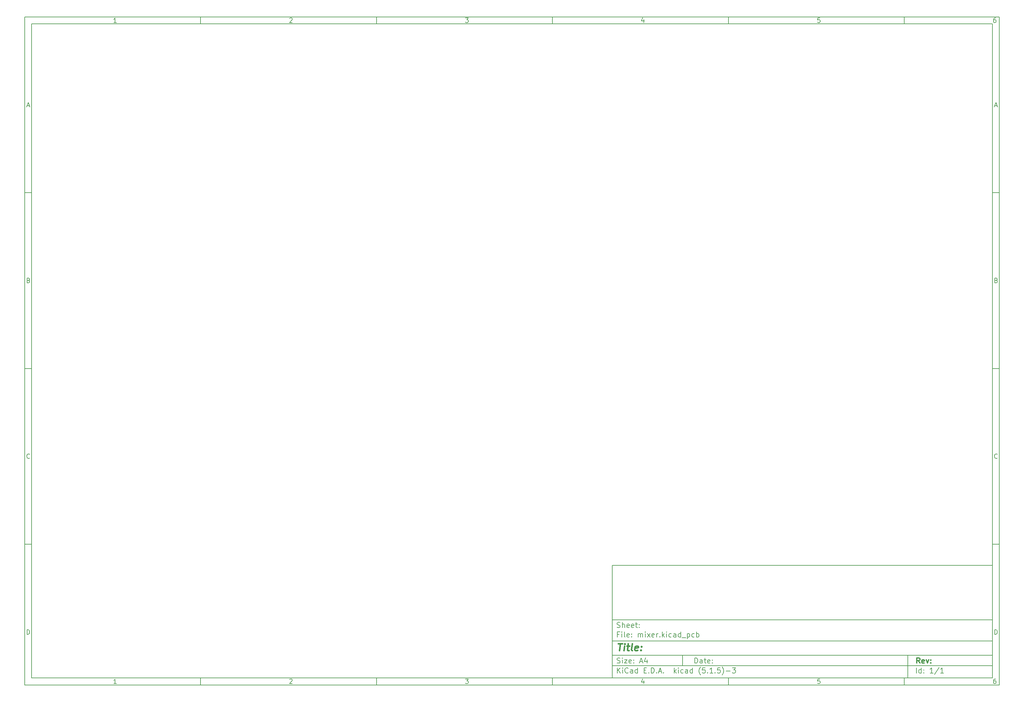
<source format=gbr>
G04 #@! TF.GenerationSoftware,KiCad,Pcbnew,(5.1.5)-3*
G04 #@! TF.CreationDate,2020-05-25T14:27:01+01:00*
G04 #@! TF.ProjectId,mixer,6d697865-722e-46b6-9963-61645f706362,rev?*
G04 #@! TF.SameCoordinates,Original*
G04 #@! TF.FileFunction,Paste,Bot*
G04 #@! TF.FilePolarity,Positive*
%FSLAX46Y46*%
G04 Gerber Fmt 4.6, Leading zero omitted, Abs format (unit mm)*
G04 Created by KiCad (PCBNEW (5.1.5)-3) date 2020-05-25 14:27:01*
%MOMM*%
%LPD*%
G04 APERTURE LIST*
%ADD10C,0.100000*%
%ADD11C,0.150000*%
%ADD12C,0.300000*%
%ADD13C,0.400000*%
G04 APERTURE END LIST*
D10*
D11*
X177002200Y-166007200D02*
X177002200Y-198007200D01*
X285002200Y-198007200D01*
X285002200Y-166007200D01*
X177002200Y-166007200D01*
D10*
D11*
X10000000Y-10000000D02*
X10000000Y-200007200D01*
X287002200Y-200007200D01*
X287002200Y-10000000D01*
X10000000Y-10000000D01*
D10*
D11*
X12000000Y-12000000D02*
X12000000Y-198007200D01*
X285002200Y-198007200D01*
X285002200Y-12000000D01*
X12000000Y-12000000D01*
D10*
D11*
X60000000Y-12000000D02*
X60000000Y-10000000D01*
D10*
D11*
X110000000Y-12000000D02*
X110000000Y-10000000D01*
D10*
D11*
X160000000Y-12000000D02*
X160000000Y-10000000D01*
D10*
D11*
X210000000Y-12000000D02*
X210000000Y-10000000D01*
D10*
D11*
X260000000Y-12000000D02*
X260000000Y-10000000D01*
D10*
D11*
X36065476Y-11588095D02*
X35322619Y-11588095D01*
X35694047Y-11588095D02*
X35694047Y-10288095D01*
X35570238Y-10473809D01*
X35446428Y-10597619D01*
X35322619Y-10659523D01*
D10*
D11*
X85322619Y-10411904D02*
X85384523Y-10350000D01*
X85508333Y-10288095D01*
X85817857Y-10288095D01*
X85941666Y-10350000D01*
X86003571Y-10411904D01*
X86065476Y-10535714D01*
X86065476Y-10659523D01*
X86003571Y-10845238D01*
X85260714Y-11588095D01*
X86065476Y-11588095D01*
D10*
D11*
X135260714Y-10288095D02*
X136065476Y-10288095D01*
X135632142Y-10783333D01*
X135817857Y-10783333D01*
X135941666Y-10845238D01*
X136003571Y-10907142D01*
X136065476Y-11030952D01*
X136065476Y-11340476D01*
X136003571Y-11464285D01*
X135941666Y-11526190D01*
X135817857Y-11588095D01*
X135446428Y-11588095D01*
X135322619Y-11526190D01*
X135260714Y-11464285D01*
D10*
D11*
X185941666Y-10721428D02*
X185941666Y-11588095D01*
X185632142Y-10226190D02*
X185322619Y-11154761D01*
X186127380Y-11154761D01*
D10*
D11*
X236003571Y-10288095D02*
X235384523Y-10288095D01*
X235322619Y-10907142D01*
X235384523Y-10845238D01*
X235508333Y-10783333D01*
X235817857Y-10783333D01*
X235941666Y-10845238D01*
X236003571Y-10907142D01*
X236065476Y-11030952D01*
X236065476Y-11340476D01*
X236003571Y-11464285D01*
X235941666Y-11526190D01*
X235817857Y-11588095D01*
X235508333Y-11588095D01*
X235384523Y-11526190D01*
X235322619Y-11464285D01*
D10*
D11*
X285941666Y-10288095D02*
X285694047Y-10288095D01*
X285570238Y-10350000D01*
X285508333Y-10411904D01*
X285384523Y-10597619D01*
X285322619Y-10845238D01*
X285322619Y-11340476D01*
X285384523Y-11464285D01*
X285446428Y-11526190D01*
X285570238Y-11588095D01*
X285817857Y-11588095D01*
X285941666Y-11526190D01*
X286003571Y-11464285D01*
X286065476Y-11340476D01*
X286065476Y-11030952D01*
X286003571Y-10907142D01*
X285941666Y-10845238D01*
X285817857Y-10783333D01*
X285570238Y-10783333D01*
X285446428Y-10845238D01*
X285384523Y-10907142D01*
X285322619Y-11030952D01*
D10*
D11*
X60000000Y-198007200D02*
X60000000Y-200007200D01*
D10*
D11*
X110000000Y-198007200D02*
X110000000Y-200007200D01*
D10*
D11*
X160000000Y-198007200D02*
X160000000Y-200007200D01*
D10*
D11*
X210000000Y-198007200D02*
X210000000Y-200007200D01*
D10*
D11*
X260000000Y-198007200D02*
X260000000Y-200007200D01*
D10*
D11*
X36065476Y-199595295D02*
X35322619Y-199595295D01*
X35694047Y-199595295D02*
X35694047Y-198295295D01*
X35570238Y-198481009D01*
X35446428Y-198604819D01*
X35322619Y-198666723D01*
D10*
D11*
X85322619Y-198419104D02*
X85384523Y-198357200D01*
X85508333Y-198295295D01*
X85817857Y-198295295D01*
X85941666Y-198357200D01*
X86003571Y-198419104D01*
X86065476Y-198542914D01*
X86065476Y-198666723D01*
X86003571Y-198852438D01*
X85260714Y-199595295D01*
X86065476Y-199595295D01*
D10*
D11*
X135260714Y-198295295D02*
X136065476Y-198295295D01*
X135632142Y-198790533D01*
X135817857Y-198790533D01*
X135941666Y-198852438D01*
X136003571Y-198914342D01*
X136065476Y-199038152D01*
X136065476Y-199347676D01*
X136003571Y-199471485D01*
X135941666Y-199533390D01*
X135817857Y-199595295D01*
X135446428Y-199595295D01*
X135322619Y-199533390D01*
X135260714Y-199471485D01*
D10*
D11*
X185941666Y-198728628D02*
X185941666Y-199595295D01*
X185632142Y-198233390D02*
X185322619Y-199161961D01*
X186127380Y-199161961D01*
D10*
D11*
X236003571Y-198295295D02*
X235384523Y-198295295D01*
X235322619Y-198914342D01*
X235384523Y-198852438D01*
X235508333Y-198790533D01*
X235817857Y-198790533D01*
X235941666Y-198852438D01*
X236003571Y-198914342D01*
X236065476Y-199038152D01*
X236065476Y-199347676D01*
X236003571Y-199471485D01*
X235941666Y-199533390D01*
X235817857Y-199595295D01*
X235508333Y-199595295D01*
X235384523Y-199533390D01*
X235322619Y-199471485D01*
D10*
D11*
X285941666Y-198295295D02*
X285694047Y-198295295D01*
X285570238Y-198357200D01*
X285508333Y-198419104D01*
X285384523Y-198604819D01*
X285322619Y-198852438D01*
X285322619Y-199347676D01*
X285384523Y-199471485D01*
X285446428Y-199533390D01*
X285570238Y-199595295D01*
X285817857Y-199595295D01*
X285941666Y-199533390D01*
X286003571Y-199471485D01*
X286065476Y-199347676D01*
X286065476Y-199038152D01*
X286003571Y-198914342D01*
X285941666Y-198852438D01*
X285817857Y-198790533D01*
X285570238Y-198790533D01*
X285446428Y-198852438D01*
X285384523Y-198914342D01*
X285322619Y-199038152D01*
D10*
D11*
X10000000Y-60000000D02*
X12000000Y-60000000D01*
D10*
D11*
X10000000Y-110000000D02*
X12000000Y-110000000D01*
D10*
D11*
X10000000Y-160000000D02*
X12000000Y-160000000D01*
D10*
D11*
X10690476Y-35216666D02*
X11309523Y-35216666D01*
X10566666Y-35588095D02*
X11000000Y-34288095D01*
X11433333Y-35588095D01*
D10*
D11*
X11092857Y-84907142D02*
X11278571Y-84969047D01*
X11340476Y-85030952D01*
X11402380Y-85154761D01*
X11402380Y-85340476D01*
X11340476Y-85464285D01*
X11278571Y-85526190D01*
X11154761Y-85588095D01*
X10659523Y-85588095D01*
X10659523Y-84288095D01*
X11092857Y-84288095D01*
X11216666Y-84350000D01*
X11278571Y-84411904D01*
X11340476Y-84535714D01*
X11340476Y-84659523D01*
X11278571Y-84783333D01*
X11216666Y-84845238D01*
X11092857Y-84907142D01*
X10659523Y-84907142D01*
D10*
D11*
X11402380Y-135464285D02*
X11340476Y-135526190D01*
X11154761Y-135588095D01*
X11030952Y-135588095D01*
X10845238Y-135526190D01*
X10721428Y-135402380D01*
X10659523Y-135278571D01*
X10597619Y-135030952D01*
X10597619Y-134845238D01*
X10659523Y-134597619D01*
X10721428Y-134473809D01*
X10845238Y-134350000D01*
X11030952Y-134288095D01*
X11154761Y-134288095D01*
X11340476Y-134350000D01*
X11402380Y-134411904D01*
D10*
D11*
X10659523Y-185588095D02*
X10659523Y-184288095D01*
X10969047Y-184288095D01*
X11154761Y-184350000D01*
X11278571Y-184473809D01*
X11340476Y-184597619D01*
X11402380Y-184845238D01*
X11402380Y-185030952D01*
X11340476Y-185278571D01*
X11278571Y-185402380D01*
X11154761Y-185526190D01*
X10969047Y-185588095D01*
X10659523Y-185588095D01*
D10*
D11*
X287002200Y-60000000D02*
X285002200Y-60000000D01*
D10*
D11*
X287002200Y-110000000D02*
X285002200Y-110000000D01*
D10*
D11*
X287002200Y-160000000D02*
X285002200Y-160000000D01*
D10*
D11*
X285692676Y-35216666D02*
X286311723Y-35216666D01*
X285568866Y-35588095D02*
X286002200Y-34288095D01*
X286435533Y-35588095D01*
D10*
D11*
X286095057Y-84907142D02*
X286280771Y-84969047D01*
X286342676Y-85030952D01*
X286404580Y-85154761D01*
X286404580Y-85340476D01*
X286342676Y-85464285D01*
X286280771Y-85526190D01*
X286156961Y-85588095D01*
X285661723Y-85588095D01*
X285661723Y-84288095D01*
X286095057Y-84288095D01*
X286218866Y-84350000D01*
X286280771Y-84411904D01*
X286342676Y-84535714D01*
X286342676Y-84659523D01*
X286280771Y-84783333D01*
X286218866Y-84845238D01*
X286095057Y-84907142D01*
X285661723Y-84907142D01*
D10*
D11*
X286404580Y-135464285D02*
X286342676Y-135526190D01*
X286156961Y-135588095D01*
X286033152Y-135588095D01*
X285847438Y-135526190D01*
X285723628Y-135402380D01*
X285661723Y-135278571D01*
X285599819Y-135030952D01*
X285599819Y-134845238D01*
X285661723Y-134597619D01*
X285723628Y-134473809D01*
X285847438Y-134350000D01*
X286033152Y-134288095D01*
X286156961Y-134288095D01*
X286342676Y-134350000D01*
X286404580Y-134411904D01*
D10*
D11*
X285661723Y-185588095D02*
X285661723Y-184288095D01*
X285971247Y-184288095D01*
X286156961Y-184350000D01*
X286280771Y-184473809D01*
X286342676Y-184597619D01*
X286404580Y-184845238D01*
X286404580Y-185030952D01*
X286342676Y-185278571D01*
X286280771Y-185402380D01*
X286156961Y-185526190D01*
X285971247Y-185588095D01*
X285661723Y-185588095D01*
D10*
D11*
X200434342Y-193785771D02*
X200434342Y-192285771D01*
X200791485Y-192285771D01*
X201005771Y-192357200D01*
X201148628Y-192500057D01*
X201220057Y-192642914D01*
X201291485Y-192928628D01*
X201291485Y-193142914D01*
X201220057Y-193428628D01*
X201148628Y-193571485D01*
X201005771Y-193714342D01*
X200791485Y-193785771D01*
X200434342Y-193785771D01*
X202577200Y-193785771D02*
X202577200Y-193000057D01*
X202505771Y-192857200D01*
X202362914Y-192785771D01*
X202077200Y-192785771D01*
X201934342Y-192857200D01*
X202577200Y-193714342D02*
X202434342Y-193785771D01*
X202077200Y-193785771D01*
X201934342Y-193714342D01*
X201862914Y-193571485D01*
X201862914Y-193428628D01*
X201934342Y-193285771D01*
X202077200Y-193214342D01*
X202434342Y-193214342D01*
X202577200Y-193142914D01*
X203077200Y-192785771D02*
X203648628Y-192785771D01*
X203291485Y-192285771D02*
X203291485Y-193571485D01*
X203362914Y-193714342D01*
X203505771Y-193785771D01*
X203648628Y-193785771D01*
X204720057Y-193714342D02*
X204577200Y-193785771D01*
X204291485Y-193785771D01*
X204148628Y-193714342D01*
X204077200Y-193571485D01*
X204077200Y-193000057D01*
X204148628Y-192857200D01*
X204291485Y-192785771D01*
X204577200Y-192785771D01*
X204720057Y-192857200D01*
X204791485Y-193000057D01*
X204791485Y-193142914D01*
X204077200Y-193285771D01*
X205434342Y-193642914D02*
X205505771Y-193714342D01*
X205434342Y-193785771D01*
X205362914Y-193714342D01*
X205434342Y-193642914D01*
X205434342Y-193785771D01*
X205434342Y-192857200D02*
X205505771Y-192928628D01*
X205434342Y-193000057D01*
X205362914Y-192928628D01*
X205434342Y-192857200D01*
X205434342Y-193000057D01*
D10*
D11*
X177002200Y-194507200D02*
X285002200Y-194507200D01*
D10*
D11*
X178434342Y-196585771D02*
X178434342Y-195085771D01*
X179291485Y-196585771D02*
X178648628Y-195728628D01*
X179291485Y-195085771D02*
X178434342Y-195942914D01*
X179934342Y-196585771D02*
X179934342Y-195585771D01*
X179934342Y-195085771D02*
X179862914Y-195157200D01*
X179934342Y-195228628D01*
X180005771Y-195157200D01*
X179934342Y-195085771D01*
X179934342Y-195228628D01*
X181505771Y-196442914D02*
X181434342Y-196514342D01*
X181220057Y-196585771D01*
X181077200Y-196585771D01*
X180862914Y-196514342D01*
X180720057Y-196371485D01*
X180648628Y-196228628D01*
X180577200Y-195942914D01*
X180577200Y-195728628D01*
X180648628Y-195442914D01*
X180720057Y-195300057D01*
X180862914Y-195157200D01*
X181077200Y-195085771D01*
X181220057Y-195085771D01*
X181434342Y-195157200D01*
X181505771Y-195228628D01*
X182791485Y-196585771D02*
X182791485Y-195800057D01*
X182720057Y-195657200D01*
X182577200Y-195585771D01*
X182291485Y-195585771D01*
X182148628Y-195657200D01*
X182791485Y-196514342D02*
X182648628Y-196585771D01*
X182291485Y-196585771D01*
X182148628Y-196514342D01*
X182077200Y-196371485D01*
X182077200Y-196228628D01*
X182148628Y-196085771D01*
X182291485Y-196014342D01*
X182648628Y-196014342D01*
X182791485Y-195942914D01*
X184148628Y-196585771D02*
X184148628Y-195085771D01*
X184148628Y-196514342D02*
X184005771Y-196585771D01*
X183720057Y-196585771D01*
X183577200Y-196514342D01*
X183505771Y-196442914D01*
X183434342Y-196300057D01*
X183434342Y-195871485D01*
X183505771Y-195728628D01*
X183577200Y-195657200D01*
X183720057Y-195585771D01*
X184005771Y-195585771D01*
X184148628Y-195657200D01*
X186005771Y-195800057D02*
X186505771Y-195800057D01*
X186720057Y-196585771D02*
X186005771Y-196585771D01*
X186005771Y-195085771D01*
X186720057Y-195085771D01*
X187362914Y-196442914D02*
X187434342Y-196514342D01*
X187362914Y-196585771D01*
X187291485Y-196514342D01*
X187362914Y-196442914D01*
X187362914Y-196585771D01*
X188077200Y-196585771D02*
X188077200Y-195085771D01*
X188434342Y-195085771D01*
X188648628Y-195157200D01*
X188791485Y-195300057D01*
X188862914Y-195442914D01*
X188934342Y-195728628D01*
X188934342Y-195942914D01*
X188862914Y-196228628D01*
X188791485Y-196371485D01*
X188648628Y-196514342D01*
X188434342Y-196585771D01*
X188077200Y-196585771D01*
X189577200Y-196442914D02*
X189648628Y-196514342D01*
X189577200Y-196585771D01*
X189505771Y-196514342D01*
X189577200Y-196442914D01*
X189577200Y-196585771D01*
X190220057Y-196157200D02*
X190934342Y-196157200D01*
X190077200Y-196585771D02*
X190577200Y-195085771D01*
X191077200Y-196585771D01*
X191577200Y-196442914D02*
X191648628Y-196514342D01*
X191577200Y-196585771D01*
X191505771Y-196514342D01*
X191577200Y-196442914D01*
X191577200Y-196585771D01*
X194577200Y-196585771D02*
X194577200Y-195085771D01*
X194720057Y-196014342D02*
X195148628Y-196585771D01*
X195148628Y-195585771D02*
X194577200Y-196157200D01*
X195791485Y-196585771D02*
X195791485Y-195585771D01*
X195791485Y-195085771D02*
X195720057Y-195157200D01*
X195791485Y-195228628D01*
X195862914Y-195157200D01*
X195791485Y-195085771D01*
X195791485Y-195228628D01*
X197148628Y-196514342D02*
X197005771Y-196585771D01*
X196720057Y-196585771D01*
X196577200Y-196514342D01*
X196505771Y-196442914D01*
X196434342Y-196300057D01*
X196434342Y-195871485D01*
X196505771Y-195728628D01*
X196577200Y-195657200D01*
X196720057Y-195585771D01*
X197005771Y-195585771D01*
X197148628Y-195657200D01*
X198434342Y-196585771D02*
X198434342Y-195800057D01*
X198362914Y-195657200D01*
X198220057Y-195585771D01*
X197934342Y-195585771D01*
X197791485Y-195657200D01*
X198434342Y-196514342D02*
X198291485Y-196585771D01*
X197934342Y-196585771D01*
X197791485Y-196514342D01*
X197720057Y-196371485D01*
X197720057Y-196228628D01*
X197791485Y-196085771D01*
X197934342Y-196014342D01*
X198291485Y-196014342D01*
X198434342Y-195942914D01*
X199791485Y-196585771D02*
X199791485Y-195085771D01*
X199791485Y-196514342D02*
X199648628Y-196585771D01*
X199362914Y-196585771D01*
X199220057Y-196514342D01*
X199148628Y-196442914D01*
X199077200Y-196300057D01*
X199077200Y-195871485D01*
X199148628Y-195728628D01*
X199220057Y-195657200D01*
X199362914Y-195585771D01*
X199648628Y-195585771D01*
X199791485Y-195657200D01*
X202077200Y-197157200D02*
X202005771Y-197085771D01*
X201862914Y-196871485D01*
X201791485Y-196728628D01*
X201720057Y-196514342D01*
X201648628Y-196157200D01*
X201648628Y-195871485D01*
X201720057Y-195514342D01*
X201791485Y-195300057D01*
X201862914Y-195157200D01*
X202005771Y-194942914D01*
X202077200Y-194871485D01*
X203362914Y-195085771D02*
X202648628Y-195085771D01*
X202577200Y-195800057D01*
X202648628Y-195728628D01*
X202791485Y-195657200D01*
X203148628Y-195657200D01*
X203291485Y-195728628D01*
X203362914Y-195800057D01*
X203434342Y-195942914D01*
X203434342Y-196300057D01*
X203362914Y-196442914D01*
X203291485Y-196514342D01*
X203148628Y-196585771D01*
X202791485Y-196585771D01*
X202648628Y-196514342D01*
X202577200Y-196442914D01*
X204077200Y-196442914D02*
X204148628Y-196514342D01*
X204077200Y-196585771D01*
X204005771Y-196514342D01*
X204077200Y-196442914D01*
X204077200Y-196585771D01*
X205577200Y-196585771D02*
X204720057Y-196585771D01*
X205148628Y-196585771D02*
X205148628Y-195085771D01*
X205005771Y-195300057D01*
X204862914Y-195442914D01*
X204720057Y-195514342D01*
X206220057Y-196442914D02*
X206291485Y-196514342D01*
X206220057Y-196585771D01*
X206148628Y-196514342D01*
X206220057Y-196442914D01*
X206220057Y-196585771D01*
X207648628Y-195085771D02*
X206934342Y-195085771D01*
X206862914Y-195800057D01*
X206934342Y-195728628D01*
X207077200Y-195657200D01*
X207434342Y-195657200D01*
X207577200Y-195728628D01*
X207648628Y-195800057D01*
X207720057Y-195942914D01*
X207720057Y-196300057D01*
X207648628Y-196442914D01*
X207577200Y-196514342D01*
X207434342Y-196585771D01*
X207077200Y-196585771D01*
X206934342Y-196514342D01*
X206862914Y-196442914D01*
X208220057Y-197157200D02*
X208291485Y-197085771D01*
X208434342Y-196871485D01*
X208505771Y-196728628D01*
X208577200Y-196514342D01*
X208648628Y-196157200D01*
X208648628Y-195871485D01*
X208577200Y-195514342D01*
X208505771Y-195300057D01*
X208434342Y-195157200D01*
X208291485Y-194942914D01*
X208220057Y-194871485D01*
X209362914Y-196014342D02*
X210505771Y-196014342D01*
X211077200Y-195085771D02*
X212005771Y-195085771D01*
X211505771Y-195657200D01*
X211720057Y-195657200D01*
X211862914Y-195728628D01*
X211934342Y-195800057D01*
X212005771Y-195942914D01*
X212005771Y-196300057D01*
X211934342Y-196442914D01*
X211862914Y-196514342D01*
X211720057Y-196585771D01*
X211291485Y-196585771D01*
X211148628Y-196514342D01*
X211077200Y-196442914D01*
D10*
D11*
X177002200Y-191507200D02*
X285002200Y-191507200D01*
D10*
D12*
X264411485Y-193785771D02*
X263911485Y-193071485D01*
X263554342Y-193785771D02*
X263554342Y-192285771D01*
X264125771Y-192285771D01*
X264268628Y-192357200D01*
X264340057Y-192428628D01*
X264411485Y-192571485D01*
X264411485Y-192785771D01*
X264340057Y-192928628D01*
X264268628Y-193000057D01*
X264125771Y-193071485D01*
X263554342Y-193071485D01*
X265625771Y-193714342D02*
X265482914Y-193785771D01*
X265197200Y-193785771D01*
X265054342Y-193714342D01*
X264982914Y-193571485D01*
X264982914Y-193000057D01*
X265054342Y-192857200D01*
X265197200Y-192785771D01*
X265482914Y-192785771D01*
X265625771Y-192857200D01*
X265697200Y-193000057D01*
X265697200Y-193142914D01*
X264982914Y-193285771D01*
X266197200Y-192785771D02*
X266554342Y-193785771D01*
X266911485Y-192785771D01*
X267482914Y-193642914D02*
X267554342Y-193714342D01*
X267482914Y-193785771D01*
X267411485Y-193714342D01*
X267482914Y-193642914D01*
X267482914Y-193785771D01*
X267482914Y-192857200D02*
X267554342Y-192928628D01*
X267482914Y-193000057D01*
X267411485Y-192928628D01*
X267482914Y-192857200D01*
X267482914Y-193000057D01*
D10*
D11*
X178362914Y-193714342D02*
X178577200Y-193785771D01*
X178934342Y-193785771D01*
X179077200Y-193714342D01*
X179148628Y-193642914D01*
X179220057Y-193500057D01*
X179220057Y-193357200D01*
X179148628Y-193214342D01*
X179077200Y-193142914D01*
X178934342Y-193071485D01*
X178648628Y-193000057D01*
X178505771Y-192928628D01*
X178434342Y-192857200D01*
X178362914Y-192714342D01*
X178362914Y-192571485D01*
X178434342Y-192428628D01*
X178505771Y-192357200D01*
X178648628Y-192285771D01*
X179005771Y-192285771D01*
X179220057Y-192357200D01*
X179862914Y-193785771D02*
X179862914Y-192785771D01*
X179862914Y-192285771D02*
X179791485Y-192357200D01*
X179862914Y-192428628D01*
X179934342Y-192357200D01*
X179862914Y-192285771D01*
X179862914Y-192428628D01*
X180434342Y-192785771D02*
X181220057Y-192785771D01*
X180434342Y-193785771D01*
X181220057Y-193785771D01*
X182362914Y-193714342D02*
X182220057Y-193785771D01*
X181934342Y-193785771D01*
X181791485Y-193714342D01*
X181720057Y-193571485D01*
X181720057Y-193000057D01*
X181791485Y-192857200D01*
X181934342Y-192785771D01*
X182220057Y-192785771D01*
X182362914Y-192857200D01*
X182434342Y-193000057D01*
X182434342Y-193142914D01*
X181720057Y-193285771D01*
X183077200Y-193642914D02*
X183148628Y-193714342D01*
X183077200Y-193785771D01*
X183005771Y-193714342D01*
X183077200Y-193642914D01*
X183077200Y-193785771D01*
X183077200Y-192857200D02*
X183148628Y-192928628D01*
X183077200Y-193000057D01*
X183005771Y-192928628D01*
X183077200Y-192857200D01*
X183077200Y-193000057D01*
X184862914Y-193357200D02*
X185577200Y-193357200D01*
X184720057Y-193785771D02*
X185220057Y-192285771D01*
X185720057Y-193785771D01*
X186862914Y-192785771D02*
X186862914Y-193785771D01*
X186505771Y-192214342D02*
X186148628Y-193285771D01*
X187077200Y-193285771D01*
D10*
D11*
X263434342Y-196585771D02*
X263434342Y-195085771D01*
X264791485Y-196585771D02*
X264791485Y-195085771D01*
X264791485Y-196514342D02*
X264648628Y-196585771D01*
X264362914Y-196585771D01*
X264220057Y-196514342D01*
X264148628Y-196442914D01*
X264077200Y-196300057D01*
X264077200Y-195871485D01*
X264148628Y-195728628D01*
X264220057Y-195657200D01*
X264362914Y-195585771D01*
X264648628Y-195585771D01*
X264791485Y-195657200D01*
X265505771Y-196442914D02*
X265577200Y-196514342D01*
X265505771Y-196585771D01*
X265434342Y-196514342D01*
X265505771Y-196442914D01*
X265505771Y-196585771D01*
X265505771Y-195657200D02*
X265577200Y-195728628D01*
X265505771Y-195800057D01*
X265434342Y-195728628D01*
X265505771Y-195657200D01*
X265505771Y-195800057D01*
X268148628Y-196585771D02*
X267291485Y-196585771D01*
X267720057Y-196585771D02*
X267720057Y-195085771D01*
X267577200Y-195300057D01*
X267434342Y-195442914D01*
X267291485Y-195514342D01*
X269862914Y-195014342D02*
X268577200Y-196942914D01*
X271148628Y-196585771D02*
X270291485Y-196585771D01*
X270720057Y-196585771D02*
X270720057Y-195085771D01*
X270577200Y-195300057D01*
X270434342Y-195442914D01*
X270291485Y-195514342D01*
D10*
D11*
X177002200Y-187507200D02*
X285002200Y-187507200D01*
D10*
D13*
X178714580Y-188211961D02*
X179857438Y-188211961D01*
X179036009Y-190211961D02*
X179286009Y-188211961D01*
X180274104Y-190211961D02*
X180440771Y-188878628D01*
X180524104Y-188211961D02*
X180416961Y-188307200D01*
X180500295Y-188402438D01*
X180607438Y-188307200D01*
X180524104Y-188211961D01*
X180500295Y-188402438D01*
X181107438Y-188878628D02*
X181869342Y-188878628D01*
X181476485Y-188211961D02*
X181262200Y-189926247D01*
X181333628Y-190116723D01*
X181512200Y-190211961D01*
X181702676Y-190211961D01*
X182655057Y-190211961D02*
X182476485Y-190116723D01*
X182405057Y-189926247D01*
X182619342Y-188211961D01*
X184190771Y-190116723D02*
X183988390Y-190211961D01*
X183607438Y-190211961D01*
X183428866Y-190116723D01*
X183357438Y-189926247D01*
X183452676Y-189164342D01*
X183571723Y-188973866D01*
X183774104Y-188878628D01*
X184155057Y-188878628D01*
X184333628Y-188973866D01*
X184405057Y-189164342D01*
X184381247Y-189354819D01*
X183405057Y-189545295D01*
X185155057Y-190021485D02*
X185238390Y-190116723D01*
X185131247Y-190211961D01*
X185047914Y-190116723D01*
X185155057Y-190021485D01*
X185131247Y-190211961D01*
X185286009Y-188973866D02*
X185369342Y-189069104D01*
X185262200Y-189164342D01*
X185178866Y-189069104D01*
X185286009Y-188973866D01*
X185262200Y-189164342D01*
D10*
D11*
X178934342Y-185600057D02*
X178434342Y-185600057D01*
X178434342Y-186385771D02*
X178434342Y-184885771D01*
X179148628Y-184885771D01*
X179720057Y-186385771D02*
X179720057Y-185385771D01*
X179720057Y-184885771D02*
X179648628Y-184957200D01*
X179720057Y-185028628D01*
X179791485Y-184957200D01*
X179720057Y-184885771D01*
X179720057Y-185028628D01*
X180648628Y-186385771D02*
X180505771Y-186314342D01*
X180434342Y-186171485D01*
X180434342Y-184885771D01*
X181791485Y-186314342D02*
X181648628Y-186385771D01*
X181362914Y-186385771D01*
X181220057Y-186314342D01*
X181148628Y-186171485D01*
X181148628Y-185600057D01*
X181220057Y-185457200D01*
X181362914Y-185385771D01*
X181648628Y-185385771D01*
X181791485Y-185457200D01*
X181862914Y-185600057D01*
X181862914Y-185742914D01*
X181148628Y-185885771D01*
X182505771Y-186242914D02*
X182577200Y-186314342D01*
X182505771Y-186385771D01*
X182434342Y-186314342D01*
X182505771Y-186242914D01*
X182505771Y-186385771D01*
X182505771Y-185457200D02*
X182577200Y-185528628D01*
X182505771Y-185600057D01*
X182434342Y-185528628D01*
X182505771Y-185457200D01*
X182505771Y-185600057D01*
X184362914Y-186385771D02*
X184362914Y-185385771D01*
X184362914Y-185528628D02*
X184434342Y-185457200D01*
X184577200Y-185385771D01*
X184791485Y-185385771D01*
X184934342Y-185457200D01*
X185005771Y-185600057D01*
X185005771Y-186385771D01*
X185005771Y-185600057D02*
X185077200Y-185457200D01*
X185220057Y-185385771D01*
X185434342Y-185385771D01*
X185577200Y-185457200D01*
X185648628Y-185600057D01*
X185648628Y-186385771D01*
X186362914Y-186385771D02*
X186362914Y-185385771D01*
X186362914Y-184885771D02*
X186291485Y-184957200D01*
X186362914Y-185028628D01*
X186434342Y-184957200D01*
X186362914Y-184885771D01*
X186362914Y-185028628D01*
X186934342Y-186385771D02*
X187720057Y-185385771D01*
X186934342Y-185385771D02*
X187720057Y-186385771D01*
X188862914Y-186314342D02*
X188720057Y-186385771D01*
X188434342Y-186385771D01*
X188291485Y-186314342D01*
X188220057Y-186171485D01*
X188220057Y-185600057D01*
X188291485Y-185457200D01*
X188434342Y-185385771D01*
X188720057Y-185385771D01*
X188862914Y-185457200D01*
X188934342Y-185600057D01*
X188934342Y-185742914D01*
X188220057Y-185885771D01*
X189577200Y-186385771D02*
X189577200Y-185385771D01*
X189577200Y-185671485D02*
X189648628Y-185528628D01*
X189720057Y-185457200D01*
X189862914Y-185385771D01*
X190005771Y-185385771D01*
X190505771Y-186242914D02*
X190577200Y-186314342D01*
X190505771Y-186385771D01*
X190434342Y-186314342D01*
X190505771Y-186242914D01*
X190505771Y-186385771D01*
X191220057Y-186385771D02*
X191220057Y-184885771D01*
X191362914Y-185814342D02*
X191791485Y-186385771D01*
X191791485Y-185385771D02*
X191220057Y-185957200D01*
X192434342Y-186385771D02*
X192434342Y-185385771D01*
X192434342Y-184885771D02*
X192362914Y-184957200D01*
X192434342Y-185028628D01*
X192505771Y-184957200D01*
X192434342Y-184885771D01*
X192434342Y-185028628D01*
X193791485Y-186314342D02*
X193648628Y-186385771D01*
X193362914Y-186385771D01*
X193220057Y-186314342D01*
X193148628Y-186242914D01*
X193077200Y-186100057D01*
X193077200Y-185671485D01*
X193148628Y-185528628D01*
X193220057Y-185457200D01*
X193362914Y-185385771D01*
X193648628Y-185385771D01*
X193791485Y-185457200D01*
X195077200Y-186385771D02*
X195077200Y-185600057D01*
X195005771Y-185457200D01*
X194862914Y-185385771D01*
X194577200Y-185385771D01*
X194434342Y-185457200D01*
X195077200Y-186314342D02*
X194934342Y-186385771D01*
X194577200Y-186385771D01*
X194434342Y-186314342D01*
X194362914Y-186171485D01*
X194362914Y-186028628D01*
X194434342Y-185885771D01*
X194577200Y-185814342D01*
X194934342Y-185814342D01*
X195077200Y-185742914D01*
X196434342Y-186385771D02*
X196434342Y-184885771D01*
X196434342Y-186314342D02*
X196291485Y-186385771D01*
X196005771Y-186385771D01*
X195862914Y-186314342D01*
X195791485Y-186242914D01*
X195720057Y-186100057D01*
X195720057Y-185671485D01*
X195791485Y-185528628D01*
X195862914Y-185457200D01*
X196005771Y-185385771D01*
X196291485Y-185385771D01*
X196434342Y-185457200D01*
X196791485Y-186528628D02*
X197934342Y-186528628D01*
X198291485Y-185385771D02*
X198291485Y-186885771D01*
X198291485Y-185457200D02*
X198434342Y-185385771D01*
X198720057Y-185385771D01*
X198862914Y-185457200D01*
X198934342Y-185528628D01*
X199005771Y-185671485D01*
X199005771Y-186100057D01*
X198934342Y-186242914D01*
X198862914Y-186314342D01*
X198720057Y-186385771D01*
X198434342Y-186385771D01*
X198291485Y-186314342D01*
X200291485Y-186314342D02*
X200148628Y-186385771D01*
X199862914Y-186385771D01*
X199720057Y-186314342D01*
X199648628Y-186242914D01*
X199577200Y-186100057D01*
X199577200Y-185671485D01*
X199648628Y-185528628D01*
X199720057Y-185457200D01*
X199862914Y-185385771D01*
X200148628Y-185385771D01*
X200291485Y-185457200D01*
X200934342Y-186385771D02*
X200934342Y-184885771D01*
X200934342Y-185457200D02*
X201077200Y-185385771D01*
X201362914Y-185385771D01*
X201505771Y-185457200D01*
X201577200Y-185528628D01*
X201648628Y-185671485D01*
X201648628Y-186100057D01*
X201577200Y-186242914D01*
X201505771Y-186314342D01*
X201362914Y-186385771D01*
X201077200Y-186385771D01*
X200934342Y-186314342D01*
D10*
D11*
X177002200Y-181507200D02*
X285002200Y-181507200D01*
D10*
D11*
X178362914Y-183614342D02*
X178577200Y-183685771D01*
X178934342Y-183685771D01*
X179077200Y-183614342D01*
X179148628Y-183542914D01*
X179220057Y-183400057D01*
X179220057Y-183257200D01*
X179148628Y-183114342D01*
X179077200Y-183042914D01*
X178934342Y-182971485D01*
X178648628Y-182900057D01*
X178505771Y-182828628D01*
X178434342Y-182757200D01*
X178362914Y-182614342D01*
X178362914Y-182471485D01*
X178434342Y-182328628D01*
X178505771Y-182257200D01*
X178648628Y-182185771D01*
X179005771Y-182185771D01*
X179220057Y-182257200D01*
X179862914Y-183685771D02*
X179862914Y-182185771D01*
X180505771Y-183685771D02*
X180505771Y-182900057D01*
X180434342Y-182757200D01*
X180291485Y-182685771D01*
X180077200Y-182685771D01*
X179934342Y-182757200D01*
X179862914Y-182828628D01*
X181791485Y-183614342D02*
X181648628Y-183685771D01*
X181362914Y-183685771D01*
X181220057Y-183614342D01*
X181148628Y-183471485D01*
X181148628Y-182900057D01*
X181220057Y-182757200D01*
X181362914Y-182685771D01*
X181648628Y-182685771D01*
X181791485Y-182757200D01*
X181862914Y-182900057D01*
X181862914Y-183042914D01*
X181148628Y-183185771D01*
X183077200Y-183614342D02*
X182934342Y-183685771D01*
X182648628Y-183685771D01*
X182505771Y-183614342D01*
X182434342Y-183471485D01*
X182434342Y-182900057D01*
X182505771Y-182757200D01*
X182648628Y-182685771D01*
X182934342Y-182685771D01*
X183077200Y-182757200D01*
X183148628Y-182900057D01*
X183148628Y-183042914D01*
X182434342Y-183185771D01*
X183577200Y-182685771D02*
X184148628Y-182685771D01*
X183791485Y-182185771D02*
X183791485Y-183471485D01*
X183862914Y-183614342D01*
X184005771Y-183685771D01*
X184148628Y-183685771D01*
X184648628Y-183542914D02*
X184720057Y-183614342D01*
X184648628Y-183685771D01*
X184577200Y-183614342D01*
X184648628Y-183542914D01*
X184648628Y-183685771D01*
X184648628Y-182757200D02*
X184720057Y-182828628D01*
X184648628Y-182900057D01*
X184577200Y-182828628D01*
X184648628Y-182757200D01*
X184648628Y-182900057D01*
D10*
D11*
X197002200Y-191507200D02*
X197002200Y-194507200D01*
D10*
D11*
X261002200Y-191507200D02*
X261002200Y-198007200D01*
M02*

</source>
